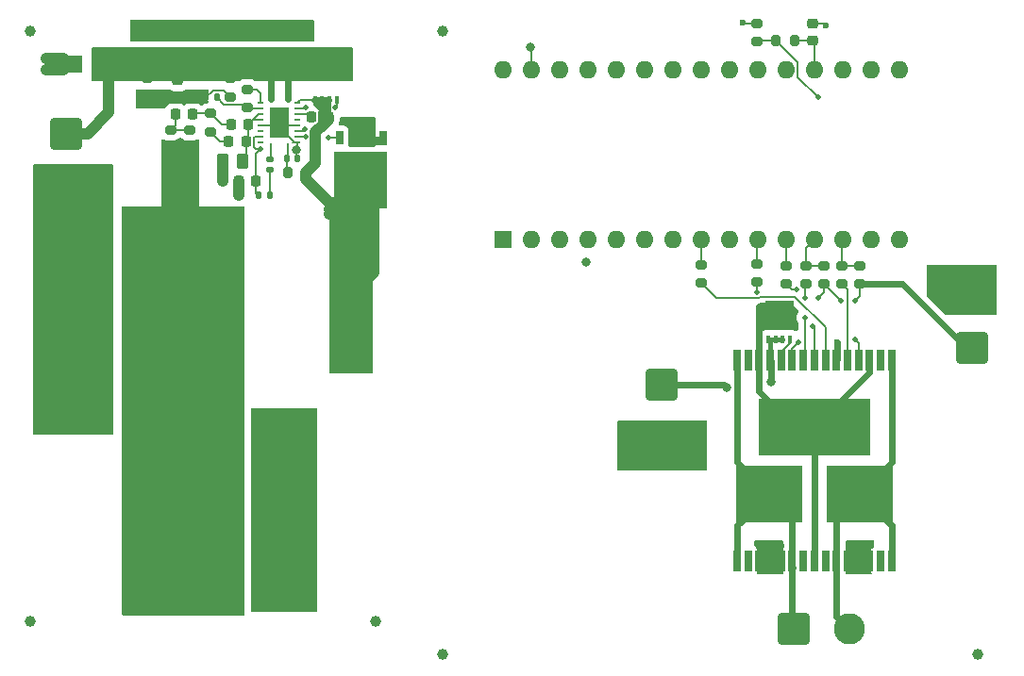
<source format=gbr>
%TF.GenerationSoftware,KiCad,Pcbnew,9.0.6*%
%TF.CreationDate,2026-01-16T13:55:07+01:00*%
%TF.ProjectId,Buck,4275636b-2e6b-4696-9361-645f70636258,rev?*%
%TF.SameCoordinates,Original*%
%TF.FileFunction,Copper,L1,Top*%
%TF.FilePolarity,Positive*%
%FSLAX46Y46*%
G04 Gerber Fmt 4.6, Leading zero omitted, Abs format (unit mm)*
G04 Created by KiCad (PCBNEW 9.0.6) date 2026-01-16 13:55:07*
%MOMM*%
%LPD*%
G01*
G04 APERTURE LIST*
G04 Aperture macros list*
%AMRoundRect*
0 Rectangle with rounded corners*
0 $1 Rounding radius*
0 $2 $3 $4 $5 $6 $7 $8 $9 X,Y pos of 4 corners*
0 Add a 4 corners polygon primitive as box body*
4,1,4,$2,$3,$4,$5,$6,$7,$8,$9,$2,$3,0*
0 Add four circle primitives for the rounded corners*
1,1,$1+$1,$2,$3*
1,1,$1+$1,$4,$5*
1,1,$1+$1,$6,$7*
1,1,$1+$1,$8,$9*
0 Add four rect primitives between the rounded corners*
20,1,$1+$1,$2,$3,$4,$5,0*
20,1,$1+$1,$4,$5,$6,$7,0*
20,1,$1+$1,$6,$7,$8,$9,0*
20,1,$1+$1,$8,$9,$2,$3,0*%
%AMFreePoly0*
4,1,5,0.000000,0.000000,-0.500000,0.000000,-0.500000,0.700000,0.000000,0.700000,0.000000,0.000000,0.000000,0.000000,$1*%
%AMFreePoly1*
4,1,5,0.750000,0.000000,0.000000,0.000000,0.000000,3.365000,0.750000,3.365000,0.750000,0.000000,0.750000,0.000000,$1*%
%AMFreePoly2*
4,1,5,0.500000,-0.700000,0.000000,-0.700000,0.000000,0.000000,0.500000,0.000000,0.500000,-0.700000,0.500000,-0.700000,$1*%
%AMFreePoly3*
4,1,5,0.000000,-4.700000,-4.534500,-4.700000,-4.534500,0.000000,0.000000,0.000000,0.000000,-4.700000,0.000000,-4.700000,$1*%
G04 Aperture macros list end*
%TA.AperFunction,ComponentPad*%
%ADD10RoundRect,0.250001X1.149999X-1.149999X1.149999X1.149999X-1.149999X1.149999X-1.149999X-1.149999X0*%
%TD*%
%TA.AperFunction,ComponentPad*%
%ADD11C,2.800000*%
%TD*%
%TA.AperFunction,SMDPad,CuDef*%
%ADD12RoundRect,0.200000X0.275000X-0.200000X0.275000X0.200000X-0.275000X0.200000X-0.275000X-0.200000X0*%
%TD*%
%TA.AperFunction,ComponentPad*%
%ADD13C,0.499999*%
%TD*%
%TA.AperFunction,SMDPad,CuDef*%
%ADD14R,2.550000X2.510000*%
%TD*%
%TA.AperFunction,SMDPad,CuDef*%
%ADD15R,0.399999X0.700001*%
%TD*%
%TA.AperFunction,SMDPad,CuDef*%
%ADD16R,0.635000X1.854200*%
%TD*%
%TA.AperFunction,SMDPad,CuDef*%
%ADD17R,6.045200X5.105400*%
%TD*%
%TA.AperFunction,SMDPad,CuDef*%
%ADD18R,10.109200X5.105400*%
%TD*%
%TA.AperFunction,SMDPad,CuDef*%
%ADD19RoundRect,0.200000X-0.200000X-0.275000X0.200000X-0.275000X0.200000X0.275000X-0.200000X0.275000X0*%
%TD*%
%TA.AperFunction,SMDPad,CuDef*%
%ADD20RoundRect,0.200000X-0.275000X0.200000X-0.275000X-0.200000X0.275000X-0.200000X0.275000X0.200000X0*%
%TD*%
%TA.AperFunction,ComponentPad*%
%ADD21RoundRect,0.250001X-1.149999X-1.149999X1.149999X-1.149999X1.149999X1.149999X-1.149999X1.149999X0*%
%TD*%
%TA.AperFunction,ComponentPad*%
%ADD22RoundRect,0.250001X-1.149999X1.149999X-1.149999X-1.149999X1.149999X-1.149999X1.149999X1.149999X0*%
%TD*%
%TA.AperFunction,SMDPad,CuDef*%
%ADD23C,1.000000*%
%TD*%
%TA.AperFunction,SMDPad,CuDef*%
%ADD24RoundRect,0.225000X0.250000X-0.225000X0.250000X0.225000X-0.250000X0.225000X-0.250000X-0.225000X0*%
%TD*%
%TA.AperFunction,ComponentPad*%
%ADD25O,1.600000X1.600000*%
%TD*%
%TA.AperFunction,ComponentPad*%
%ADD26R,1.600000X1.600000*%
%TD*%
%TA.AperFunction,SMDPad,CuDef*%
%ADD27RoundRect,0.250000X0.650000X-0.325000X0.650000X0.325000X-0.650000X0.325000X-0.650000X-0.325000X0*%
%TD*%
%TA.AperFunction,SMDPad,CuDef*%
%ADD28RoundRect,0.225000X0.225000X0.250000X-0.225000X0.250000X-0.225000X-0.250000X0.225000X-0.250000X0*%
%TD*%
%TA.AperFunction,SMDPad,CuDef*%
%ADD29RoundRect,0.250000X0.325000X1.100000X-0.325000X1.100000X-0.325000X-1.100000X0.325000X-1.100000X0*%
%TD*%
%TA.AperFunction,SMDPad,CuDef*%
%ADD30RoundRect,0.225000X-0.225000X-0.250000X0.225000X-0.250000X0.225000X0.250000X-0.225000X0.250000X0*%
%TD*%
%TA.AperFunction,SMDPad,CuDef*%
%ADD31RoundRect,0.140000X-0.140000X-0.170000X0.140000X-0.170000X0.140000X0.170000X-0.140000X0.170000X0*%
%TD*%
%TA.AperFunction,SMDPad,CuDef*%
%ADD32RoundRect,0.250000X1.050000X0.550000X-1.050000X0.550000X-1.050000X-0.550000X1.050000X-0.550000X0*%
%TD*%
%TA.AperFunction,SMDPad,CuDef*%
%ADD33R,4.000000X14.000000*%
%TD*%
%TA.AperFunction,SMDPad,CuDef*%
%ADD34R,0.431800X0.660400*%
%TD*%
%TA.AperFunction,SMDPad,CuDef*%
%ADD35R,0.127000X0.127000*%
%TD*%
%TA.AperFunction,SMDPad,CuDef*%
%ADD36RoundRect,0.147500X-0.172500X0.147500X-0.172500X-0.147500X0.172500X-0.147500X0.172500X0.147500X0*%
%TD*%
%TA.AperFunction,SMDPad,CuDef*%
%ADD37R,0.249999X0.599999*%
%TD*%
%TA.AperFunction,SMDPad,CuDef*%
%ADD38R,0.599999X0.249999*%
%TD*%
%TA.AperFunction,SMDPad,CuDef*%
%ADD39R,1.699999X2.700000*%
%TD*%
%TA.AperFunction,SMDPad,CuDef*%
%ADD40FreePoly0,270.000000*%
%TD*%
%TA.AperFunction,SMDPad,CuDef*%
%ADD41R,0.650000X1.250000*%
%TD*%
%TA.AperFunction,SMDPad,CuDef*%
%ADD42FreePoly1,270.000000*%
%TD*%
%TA.AperFunction,SMDPad,CuDef*%
%ADD43FreePoly2,270.000000*%
%TD*%
%TA.AperFunction,SMDPad,CuDef*%
%ADD44FreePoly3,270.000000*%
%TD*%
%TA.AperFunction,SMDPad,CuDef*%
%ADD45RoundRect,0.250000X0.262500X0.450000X-0.262500X0.450000X-0.262500X-0.450000X0.262500X-0.450000X0*%
%TD*%
%TA.AperFunction,SMDPad,CuDef*%
%ADD46RoundRect,0.135000X-0.135000X-0.185000X0.135000X-0.185000X0.135000X0.185000X-0.135000X0.185000X0*%
%TD*%
%TA.AperFunction,SMDPad,CuDef*%
%ADD47R,4.500000X1.650000*%
%TD*%
%TA.AperFunction,ViaPad*%
%ADD48C,0.600000*%
%TD*%
%TA.AperFunction,ViaPad*%
%ADD49C,0.800000*%
%TD*%
%TA.AperFunction,ViaPad*%
%ADD50C,0.500000*%
%TD*%
%TA.AperFunction,Conductor*%
%ADD51C,0.600000*%
%TD*%
%TA.AperFunction,Conductor*%
%ADD52C,0.200000*%
%TD*%
%TA.AperFunction,Conductor*%
%ADD53C,0.400000*%
%TD*%
%TA.AperFunction,Conductor*%
%ADD54C,1.000000*%
%TD*%
G04 APERTURE END LIST*
D10*
%TO.P,J3,1,Pin_1*%
%TO.N,VIN_A*%
X223500000Y-126500000D03*
D11*
%TO.P,J3,2,Pin_2*%
%TO.N,GND*%
X223500000Y-121500000D03*
%TD*%
D12*
%TO.P,R15,2*%
%TO.N,/ENA{slash}DIAGA*%
X213440000Y-119115000D03*
%TO.P,R15,1*%
%TO.N,VIN_A*%
X213440000Y-120765000D03*
%TD*%
%TO.P,R18,1*%
%TO.N,VIN_A*%
X210240000Y-120765000D03*
%TO.P,R18,2*%
%TO.N,/ENB{slash}DIAGB*%
X210240000Y-119115000D03*
%TD*%
D13*
%TO.P,U3,V*%
%TO.N,VCC_M*%
X206215002Y-122587502D03*
X207190001Y-123040001D03*
X205240003Y-123040001D03*
X206215002Y-123492502D03*
X207190001Y-123945000D03*
X205240003Y-123945000D03*
X206215002Y-124397501D03*
D14*
%TO.P,U3,9,D*%
X206215002Y-123545001D03*
D15*
%TO.P,U3,8,D*%
X205240003Y-122640002D03*
%TO.P,U3,7,D*%
X205890001Y-122640002D03*
%TO.P,U3,6,D*%
X206540003Y-122640002D03*
%TO.P,U3,5,D*%
X207190001Y-122640002D03*
%TO.P,U3,4,G*%
%TO.N,/CP*%
X207190001Y-125740000D03*
%TO.P,U3,3,S*%
%TO.N,/VBAT*%
X206540000Y-125740000D03*
%TO.P,U3,2,S*%
X205890001Y-125740000D03*
%TO.P,U3,1,S*%
X205240000Y-125740000D03*
%TD*%
D16*
%TO.P,U2,1,OUTA*%
%TO.N,OUTA*%
X216302401Y-127590000D03*
%TO.P,U2,2,N.C.*%
%TO.N,unconnected-(U2-N.C.-Pad2)*%
X215311801Y-127590000D03*
%TO.P,U2,3,VCC*%
%TO.N,VCC_M*%
X214321201Y-127590000D03*
%TO.P,U2,4,INA*%
%TO.N,Net-(U2-INA)*%
X213330601Y-127590000D03*
%TO.P,U2,5,ENA/DIAGA*%
%TO.N,Net-(U2-ENA{slash}DIAGA)*%
X212340001Y-127590000D03*
%TO.P,U2,6,CS_DIS*%
%TO.N,GND*%
X211349401Y-127590000D03*
%TO.P,U2,7,PWM*%
%TO.N,Net-(U2-PWM)*%
X210358801Y-127590000D03*
%TO.P,U2,8,CS*%
%TO.N,Net-(U2-CS)*%
X209368201Y-127590000D03*
%TO.P,U2,9,ENB/DIAGB*%
%TO.N,Net-(U2-ENB{slash}DIAGB)*%
X208377601Y-127590000D03*
%TO.P,U2,10,INB*%
%TO.N,Net-(U2-INB)*%
X207387001Y-127590000D03*
%TO.P,U2,11,CP*%
%TO.N,/CP*%
X206396401Y-127590000D03*
%TO.P,U2,12,VBAT*%
%TO.N,/VBAT*%
X205405801Y-127590000D03*
%TO.P,U2,13,VCC*%
%TO.N,VCC_M*%
X204415201Y-127590000D03*
%TO.P,U2,14,NC*%
%TO.N,unconnected-(U2-NC-Pad14)*%
X203424601Y-127590000D03*
%TO.P,U2,15,OUTB*%
%TO.N,OUTB*%
X202434001Y-127590000D03*
%TO.P,U2,16,OUTB*%
X202434001Y-145598600D03*
%TO.P,U2,17,N.C*%
%TO.N,unconnected-(U2-N.C-Pad17)*%
X203424601Y-145598600D03*
%TO.P,U2,18,GNDB*%
%TO.N,GND*%
X204415201Y-145598600D03*
%TO.P,U2,19,GNDB*%
X205405801Y-145598600D03*
%TO.P,U2,20,GNDB*%
X206396401Y-145598600D03*
%TO.P,U2,21,OUTB*%
%TO.N,OUTB*%
X207387001Y-145598600D03*
%TO.P,U2,22,NC*%
%TO.N,unconnected-(U2-NC-Pad22)*%
X208377601Y-145598600D03*
%TO.P,U2,23,VCC*%
%TO.N,VCC_M*%
X209368201Y-145598600D03*
%TO.P,U2,24,N.C.*%
%TO.N,unconnected-(U2-N.C.-Pad24)*%
X210358801Y-145598600D03*
%TO.P,U2,25,OUTA*%
%TO.N,OUTA*%
X211349401Y-145598600D03*
%TO.P,U2,26,GNDA*%
%TO.N,GND*%
X212340001Y-145598600D03*
%TO.P,U2,27,GNDA*%
X213330601Y-145598600D03*
%TO.P,U2,28,GNDA*%
X214321201Y-145598600D03*
%TO.P,U2,29,N.C.*%
%TO.N,unconnected-(U2-N.C.-Pad29)*%
X215311801Y-145598600D03*
%TO.P,U2,30,OUTA*%
%TO.N,OUTA*%
X216302401Y-145598600D03*
D17*
%TO.P,U2,31,OUTA*%
X213440801Y-139572000D03*
%TO.P,U2,32,OUTB*%
%TO.N,OUTB*%
X205295565Y-139572000D03*
D18*
%TO.P,U2,33,VCC*%
%TO.N,VCC_M*%
X209368201Y-133616658D03*
%TD*%
D12*
%TO.P,R17,1*%
%TO.N,Net-(U2-CS)*%
X204240000Y-98965000D03*
%TO.P,R17,2*%
%TO.N,GND*%
X204240000Y-97315000D03*
%TD*%
D19*
%TO.P,R16,1*%
%TO.N,Net-(U2-CS)*%
X205915000Y-98890000D03*
%TO.P,R16,2*%
%TO.N,Net-(A1-A0)*%
X207565000Y-98890000D03*
%TD*%
D20*
%TO.P,R14,1*%
%TO.N,/ENA{slash}DIAGA*%
X211840000Y-119115000D03*
%TO.P,R14,2*%
%TO.N,Net-(U2-ENA{slash}DIAGA)*%
X211840000Y-120765000D03*
%TD*%
%TO.P,R13,1*%
%TO.N,/ENB{slash}DIAGB*%
X208640000Y-119115000D03*
%TO.P,R13,2*%
%TO.N,Net-(U2-ENB{slash}DIAGB)*%
X208640000Y-120765000D03*
%TD*%
%TO.P,R12,1*%
%TO.N,/INA_A*%
X206840000Y-119115000D03*
%TO.P,R12,2*%
%TO.N,Net-(U2-INA)*%
X206840000Y-120765000D03*
%TD*%
%TO.P,R11,1*%
%TO.N,/INB_A*%
X204240000Y-118940000D03*
%TO.P,R11,2*%
%TO.N,Net-(U2-INB)*%
X204240000Y-120590000D03*
%TD*%
%TO.P,R10,1*%
%TO.N,/PWM_A*%
X199240000Y-118990000D03*
%TO.P,R10,2*%
%TO.N,Net-(U2-PWM)*%
X199240000Y-120640000D03*
%TD*%
D21*
%TO.P,J5,1,Pin_1*%
%TO.N,OUTB*%
X207500000Y-151750000D03*
D11*
%TO.P,J5,2,Pin_2*%
%TO.N,OUTA*%
X212500000Y-151750000D03*
%TD*%
D22*
%TO.P,J4,1,Pin_1*%
%TO.N,/VBAT*%
X195640000Y-129790000D03*
D11*
%TO.P,J4,2,Pin_2*%
%TO.N,GND*%
X195640000Y-134790000D03*
%TD*%
D23*
%TO.P,FID6,*%
%TO.N,*%
X224000000Y-154000000D03*
%TD*%
%TO.P,FID5,*%
%TO.N,*%
X176000000Y-154000000D03*
%TD*%
%TO.P,FID4,*%
%TO.N,*%
X176000000Y-98000000D03*
%TD*%
D24*
%TO.P,C22,1*%
%TO.N,Net-(A1-A0)*%
X209240000Y-98915000D03*
%TO.P,C22,2*%
%TO.N,GND*%
X209240000Y-97365000D03*
%TD*%
D25*
%TO.P,A1,30,VIN*%
%TO.N,VIN_A*%
X181440000Y-101510000D03*
%TO.P,A1,29,GND*%
%TO.N,GND*%
X183980000Y-101510000D03*
%TO.P,A1,28,~{RESET}*%
%TO.N,unconnected-(A1-~{RESET}-Pad28)*%
X186520000Y-101510000D03*
%TO.P,A1,27,+5V*%
%TO.N,unconnected-(A1-+5V-Pad27)*%
X189060000Y-101510000D03*
%TO.P,A1,26,A7*%
%TO.N,unconnected-(A1-A7-Pad26)*%
X191600000Y-101510000D03*
%TO.P,A1,25,A6*%
%TO.N,unconnected-(A1-A6-Pad25)*%
X194140000Y-101510000D03*
%TO.P,A1,24,SCL/A5*%
%TO.N,unconnected-(A1-SCL{slash}A5-Pad24)*%
X196680000Y-101510000D03*
%TO.P,A1,23,SDA/A4*%
%TO.N,unconnected-(A1-SDA{slash}A4-Pad23)*%
X199220000Y-101510000D03*
%TO.P,A1,22,A3*%
%TO.N,unconnected-(A1-A3-Pad22)*%
X201760000Y-101510000D03*
%TO.P,A1,21,A2*%
%TO.N,unconnected-(A1-A2-Pad21)*%
X204300000Y-101510000D03*
%TO.P,A1,20,A1*%
%TO.N,unconnected-(A1-A1-Pad20)*%
X206840000Y-101510000D03*
%TO.P,A1,19,A0*%
%TO.N,Net-(A1-A0)*%
X209380000Y-101510000D03*
%TO.P,A1,18,AREF*%
%TO.N,unconnected-(A1-AREF-Pad18)*%
X211920000Y-101510000D03*
%TO.P,A1,17,3V3*%
%TO.N,unconnected-(A1-3V3-Pad17)*%
X214460000Y-101510000D03*
%TO.P,A1,16,SCK*%
%TO.N,unconnected-(A1-SCK-Pad16)*%
X217000000Y-101510000D03*
%TO.P,A1,15,MISO*%
%TO.N,unconnected-(A1-MISO-Pad15)*%
X217000000Y-116750000D03*
%TO.P,A1,14,MOSI*%
%TO.N,unconnected-(A1-MOSI-Pad14)*%
X214460000Y-116750000D03*
%TO.P,A1,13,D10*%
%TO.N,/ENA{slash}DIAGA*%
X211920000Y-116750000D03*
%TO.P,A1,12,D9*%
%TO.N,/ENB{slash}DIAGB*%
X209380000Y-116750000D03*
%TO.P,A1,11,D8*%
%TO.N,/INA_A*%
X206840000Y-116750000D03*
%TO.P,A1,10,D7*%
%TO.N,/INB_A*%
X204300000Y-116750000D03*
%TO.P,A1,9,D6*%
%TO.N,unconnected-(A1-D6-Pad9)*%
X201760000Y-116750000D03*
%TO.P,A1,8,D5*%
%TO.N,/PWM_A*%
X199220000Y-116750000D03*
%TO.P,A1,7,D4*%
%TO.N,unconnected-(A1-D4-Pad7)*%
X196680000Y-116750000D03*
%TO.P,A1,6,D3*%
%TO.N,unconnected-(A1-D3-Pad6)*%
X194140000Y-116750000D03*
%TO.P,A1,5,D2*%
%TO.N,unconnected-(A1-D2-Pad5)*%
X191600000Y-116750000D03*
%TO.P,A1,4,GND*%
%TO.N,GND*%
X189060000Y-116750000D03*
%TO.P,A1,3,~{RESET}*%
%TO.N,unconnected-(A1-~{RESET}-Pad3)*%
X186520000Y-116750000D03*
%TO.P,A1,2,RX1*%
%TO.N,unconnected-(A1-RX1-Pad2)*%
X183980000Y-116750000D03*
D26*
%TO.P,A1,1,TX1*%
%TO.N,unconnected-(A1-TX1-Pad1)*%
X181440000Y-116750000D03*
%TD*%
D27*
%TO.P,C7,1*%
%TO.N,+24V*%
X159700000Y-100775000D03*
%TO.P,C7,2*%
%TO.N,GND*%
X159700000Y-97825000D03*
%TD*%
D22*
%TO.P,J1,1,Pin_1*%
%TO.N,+24V*%
X142250000Y-107250000D03*
D11*
%TO.P,J1,2,Pin_2*%
%TO.N,GND*%
X142250000Y-112250000D03*
%TD*%
D28*
%TO.P,C13,1*%
%TO.N,/COMP*%
X158375000Y-107950000D03*
%TO.P,C13,2*%
%TO.N,Net-(C13-Pad2)*%
X156825000Y-107950000D03*
%TD*%
D23*
%TO.P,FID1,*%
%TO.N,*%
X139000000Y-98000000D03*
%TD*%
D27*
%TO.P,C3,1*%
%TO.N,+24V*%
X151900000Y-100775000D03*
%TO.P,C3,2*%
%TO.N,GND*%
X151900000Y-97825000D03*
%TD*%
D19*
%TO.P,R6,1*%
%TO.N,/ILIM*%
X162100000Y-110750000D03*
%TO.P,R6,2*%
%TO.N,/SW*%
X163750000Y-110750000D03*
%TD*%
D23*
%TO.P,FID3,*%
%TO.N,*%
X170000000Y-151000000D03*
%TD*%
D29*
%TO.P,C19,1*%
%TO.N,/VOUT*%
X148375000Y-127600000D03*
%TO.P,C19,2*%
%TO.N,GND*%
X145425000Y-127600000D03*
%TD*%
D30*
%TO.P,C5,1*%
%TO.N,GND*%
X157725000Y-111500000D03*
%TO.P,C5,2*%
%TO.N,/SYNCIN*%
X159275000Y-111500000D03*
%TD*%
D31*
%TO.P,C11,1*%
%TO.N,/ILIM*%
X162020000Y-109500000D03*
%TO.P,C11,2*%
%TO.N,GND*%
X162980000Y-109500000D03*
%TD*%
D30*
%TO.P,C12,1*%
%TO.N,/BST*%
X164225000Y-105750000D03*
%TO.P,C12,2*%
%TO.N,/SW*%
X165775000Y-105750000D03*
%TD*%
D32*
%TO.P,C1,1*%
%TO.N,+24V*%
X146050000Y-101000000D03*
%TO.P,C1,2*%
%TO.N,GND*%
X142450000Y-101000000D03*
%TD*%
D24*
%TO.P,C10,1*%
%TO.N,GND*%
X152250000Y-104025000D03*
%TO.P,C10,2*%
%TO.N,+24V*%
X152250000Y-102475000D03*
%TD*%
D20*
%TO.P,R8,1*%
%TO.N,Net-(C17-Pad2)*%
X151600000Y-106950000D03*
%TO.P,R8,2*%
%TO.N,/VOUT*%
X151600000Y-108600000D03*
%TD*%
D29*
%TO.P,C18,1*%
%TO.N,/VOUT*%
X148375000Y-124000000D03*
%TO.P,C18,2*%
%TO.N,GND*%
X145425000Y-124000000D03*
%TD*%
D33*
%TO.P,L1,1,1*%
%TO.N,/SW*%
X167800000Y-121800000D03*
%TO.P,L1,2,2*%
%TO.N,/VOUT*%
X151800000Y-121800000D03*
%TD*%
D34*
%TO.P,Q1,1,1*%
%TO.N,/SW*%
X164550002Y-104250000D03*
%TO.P,Q1,2,2*%
X165200000Y-104250000D03*
%TO.P,Q1,3,3*%
X165850002Y-104250000D03*
%TO.P,Q1,4,4*%
%TO.N,/HG*%
X166500000Y-104250000D03*
D35*
%TO.P,Q1,5,5*%
%TO.N,+24V*%
X166500000Y-101310000D03*
%TO.P,Q1,6,6*%
X165850002Y-101310000D03*
%TO.P,Q1,7,7*%
X165200000Y-101310000D03*
%TO.P,Q1,8,8*%
X164550002Y-101310000D03*
%TD*%
D29*
%TO.P,C20,1*%
%TO.N,/VOUT*%
X148375000Y-131200000D03*
%TO.P,C20,2*%
%TO.N,GND*%
X145425000Y-131200000D03*
%TD*%
D36*
%TO.P,D1,2,A*%
%TO.N,Net-(D1-A)*%
X160500000Y-110485000D03*
%TO.P,D1,1,K*%
%TO.N,/PGOOD*%
X160500000Y-109515000D03*
%TD*%
D12*
%TO.P,R4,1*%
%TO.N,GND*%
X149500000Y-103900000D03*
%TO.P,R4,2*%
%TO.N,+24V*%
X149500000Y-102250000D03*
%TD*%
D27*
%TO.P,C2,1*%
%TO.N,+24V*%
X149400000Y-100775000D03*
%TO.P,C2,2*%
%TO.N,GND*%
X149400000Y-97825000D03*
%TD*%
D21*
%TO.P,J2,1,Pin_1*%
%TO.N,/VOUT*%
X156000000Y-148000000D03*
D11*
%TO.P,J2,2,Pin_2*%
%TO.N,GND*%
X161000000Y-148000000D03*
%TD*%
D37*
%TO.P,U1,1,EN_UVLO*%
%TO.N,+24V*%
X160600000Y-104099999D03*
D38*
%TO.P,U1,2,RT*%
%TO.N,/RT*%
X159700002Y-104500001D03*
%TO.P,U1,3,SS_TRK*%
%TO.N,/SS*%
X159700002Y-105000000D03*
%TO.P,U1,4,COMP*%
%TO.N,/COMP*%
X159700002Y-105500002D03*
%TO.P,U1,5,FB*%
X159700002Y-106000000D03*
%TO.P,U1,6,AGND*%
%TO.N,GND*%
X159700002Y-106500002D03*
%TO.P,U1,7,SYNCOUT*%
%TO.N,unconnected-(U1-SYNCOUT-Pad7)*%
X159700002Y-107000001D03*
%TO.P,U1,8,SYNCIN*%
%TO.N,/SYNCIN*%
X159700002Y-107500000D03*
%TO.P,U1,9,NC*%
%TO.N,unconnected-(U1-NC-Pad9)*%
X159700002Y-107999999D03*
D37*
%TO.P,U1,10,PGOOD*%
%TO.N,/PGOOD*%
X160600000Y-108400001D03*
%TO.P,U1,11,ILIM*%
%TO.N,/ILIM*%
X162100002Y-108400001D03*
D38*
%TO.P,U1,12,PGND*%
%TO.N,GND*%
X163000000Y-107999999D03*
%TO.P,U1,13,LO*%
%TO.N,/LG*%
X163000000Y-107500000D03*
%TO.P,U1,14,VCC*%
%TO.N,/SYNCIN*%
X163000000Y-106999998D03*
%TO.P,U1,15,EP*%
%TO.N,GND*%
X163000000Y-106500000D03*
%TO.P,U1,16,NC*%
%TO.N,unconnected-(U1-NC-Pad16)*%
X163000000Y-105999998D03*
%TO.P,U1,17,BST*%
%TO.N,/BST*%
X163000000Y-105499999D03*
%TO.P,U1,18,HO*%
%TO.N,/HG*%
X163000000Y-105000000D03*
%TO.P,U1,19,SW*%
%TO.N,/SW*%
X163000000Y-104499998D03*
D37*
%TO.P,U1,20,VIN*%
%TO.N,+24V*%
X162100002Y-104099999D03*
D39*
%TO.P,U1,21,EP*%
%TO.N,GND*%
X161350001Y-106250000D03*
D13*
%TO.P,U1,V*%
X160750002Y-106250000D03*
X161350001Y-105150000D03*
X161350001Y-107350000D03*
X161950000Y-106250000D03*
%TD*%
D40*
%TO.P,Q2,1,SOURCE*%
%TO.N,GND*%
X170310400Y-107500000D03*
D41*
X170667000Y-107625000D03*
%TO.P,Q2,2,SOURCE*%
X169295800Y-107625000D03*
D40*
%TO.P,Q2,3,SOURCE*%
X167645400Y-107500000D03*
D42*
X167645400Y-107500000D03*
D41*
X168000000Y-107625000D03*
%TO.P,Q2,4,GATE*%
%TO.N,/LG*%
X166755800Y-107625000D03*
%TO.P,Q2,5,DRAIN*%
%TO.N,/SW*%
X166653800Y-113325000D03*
D43*
X167010400Y-113450000D03*
D41*
%TO.P,Q2,6,DRAIN*%
X168000000Y-113325000D03*
D43*
X168345400Y-113450000D03*
D41*
%TO.P,Q2,7,DRAIN*%
X169320800Y-113325000D03*
D43*
X169675400Y-113450000D03*
D41*
%TO.P,Q2,8,DRAIN*%
X170667000Y-113325000D03*
D44*
X171010400Y-113450000D03*
D43*
X171010400Y-113450000D03*
%TD*%
D45*
%TO.P,R5,1*%
%TO.N,/COMP*%
X158112500Y-109750000D03*
%TO.P,R5,2*%
%TO.N,GND*%
X156287500Y-109750000D03*
%TD*%
D46*
%TO.P,R1,1*%
%TO.N,/SYNCIN*%
X159490000Y-112800000D03*
%TO.P,R1,2*%
%TO.N,Net-(D1-A)*%
X160510000Y-112800000D03*
%TD*%
D27*
%TO.P,C9,1*%
%TO.N,+24V*%
X162200000Y-100775000D03*
%TO.P,C9,2*%
%TO.N,GND*%
X162200000Y-97825000D03*
%TD*%
D20*
%TO.P,R9,1*%
%TO.N,Net-(C17-Pad2)*%
X153350000Y-106950000D03*
%TO.P,R9,2*%
%TO.N,/VOUT*%
X153350000Y-108600000D03*
%TD*%
D28*
%TO.P,C17,1*%
%TO.N,Net-(C14-Pad2)*%
X153575000Y-105500000D03*
%TO.P,C17,2*%
%TO.N,Net-(C17-Pad2)*%
X152025000Y-105500000D03*
%TD*%
D29*
%TO.P,C16,1*%
%TO.N,/VOUT*%
X148375000Y-120500000D03*
%TO.P,C16,2*%
%TO.N,GND*%
X145425000Y-120500000D03*
%TD*%
D31*
%TO.P,C8,1*%
%TO.N,GND*%
X154795000Y-104000000D03*
%TO.P,C8,2*%
%TO.N,/SS*%
X155755000Y-104000000D03*
%TD*%
D12*
%TO.P,R7,1*%
%TO.N,Net-(C13-Pad2)*%
X155200000Y-107075000D03*
%TO.P,R7,2*%
%TO.N,Net-(C14-Pad2)*%
X155200000Y-105425000D03*
%TD*%
D23*
%TO.P,FID2,*%
%TO.N,*%
X139000000Y-151000000D03*
%TD*%
D27*
%TO.P,C4,1*%
%TO.N,+24V*%
X154500000Y-100775000D03*
%TO.P,C4,2*%
%TO.N,GND*%
X154500000Y-97825000D03*
%TD*%
D12*
%TO.P,R3,1*%
%TO.N,GND*%
X157000000Y-103950000D03*
%TO.P,R3,2*%
%TO.N,+24V*%
X157000000Y-102300000D03*
%TD*%
D27*
%TO.P,C6,1*%
%TO.N,+24V*%
X157100000Y-100775000D03*
%TO.P,C6,2*%
%TO.N,GND*%
X157100000Y-97825000D03*
%TD*%
D47*
%TO.P,C21,1*%
%TO.N,/VOUT*%
X153500000Y-137000000D03*
%TO.P,C21,2*%
%TO.N,GND*%
X161900000Y-137000000D03*
%TD*%
D28*
%TO.P,C14,1*%
%TO.N,/COMP*%
X158575000Y-106400000D03*
%TO.P,C14,2*%
%TO.N,Net-(C14-Pad2)*%
X157025000Y-106400000D03*
%TD*%
D29*
%TO.P,C15,1*%
%TO.N,/VOUT*%
X148375000Y-117000000D03*
%TO.P,C15,2*%
%TO.N,GND*%
X145425000Y-117000000D03*
%TD*%
D12*
%TO.P,R2,1*%
%TO.N,/SS*%
X158500000Y-104900000D03*
%TO.P,R2,2*%
%TO.N,/RT*%
X158500000Y-103250000D03*
%TD*%
D48*
%TO.N,GND*%
X220722500Y-120490000D03*
X220722500Y-121240000D03*
X220722500Y-121990000D03*
X220722500Y-119740000D03*
D49*
%TO.N,/VBAT*%
X205500000Y-129500000D03*
X201500000Y-130000000D03*
D50*
%TO.N,Net-(U2-INA)*%
X207750000Y-121250000D03*
X213000000Y-125750000D03*
%TO.N,Net-(U2-ENB{slash}DIAGB)*%
X208500000Y-122000000D03*
X208500000Y-123750000D03*
%TO.N,VIN_A*%
X209750000Y-122000000D03*
X211750000Y-122250000D03*
X213000000Y-122250000D03*
%TO.N,Net-(U2-CS)*%
X209250000Y-124500000D03*
X209750000Y-104000000D03*
%TO.N,Net-(U2-INB)*%
X204172500Y-121490000D03*
X207922500Y-125990000D03*
D48*
%TO.N,GND*%
X198222500Y-134490000D03*
X198222500Y-135240000D03*
X198222500Y-135990000D03*
X198222500Y-133740000D03*
X192972500Y-133740000D03*
X192972500Y-134490000D03*
X192972500Y-135990000D03*
X192972500Y-135240000D03*
X204422500Y-144240000D03*
X205422500Y-144240000D03*
X206422500Y-144240000D03*
X212500000Y-144240000D03*
X213500000Y-144240000D03*
X214500000Y-144240000D03*
X211422500Y-125990000D03*
D49*
X183922500Y-99490000D03*
X188922500Y-118740000D03*
D48*
X202922500Y-97240000D03*
X210422500Y-97490000D03*
D49*
X162000000Y-143000000D03*
X162000000Y-140000000D03*
X142000000Y-126000000D03*
X143000000Y-117000000D03*
X142000000Y-132000000D03*
X142000000Y-116000000D03*
X140000000Y-131000000D03*
X140000000Y-123000000D03*
X142000000Y-117000000D03*
X143000000Y-119000000D03*
X140000000Y-121000000D03*
X144000000Y-130000000D03*
X164000000Y-139000000D03*
X161000000Y-145000000D03*
X150900000Y-104000000D03*
X153750000Y-104000000D03*
X140000000Y-133000000D03*
X140000000Y-126000000D03*
X144000000Y-125000000D03*
X143000000Y-123000000D03*
X164000000Y-143000000D03*
X161000000Y-142000000D03*
X140000000Y-117000000D03*
X162000000Y-145000000D03*
X143000000Y-120000000D03*
X140000000Y-118000000D03*
X162000000Y-139000000D03*
X142000000Y-131000000D03*
X141000000Y-123000000D03*
X160000000Y-144000000D03*
X140000000Y-128000000D03*
X140000000Y-122000000D03*
X143000000Y-124000000D03*
X163000000Y-144000000D03*
X142000000Y-133000000D03*
X141000000Y-127000000D03*
X140000000Y-125000000D03*
X162000000Y-142000000D03*
X141000000Y-122000000D03*
X144000000Y-123000000D03*
X142000000Y-129000000D03*
X157700000Y-112800000D03*
X161000000Y-143000000D03*
X143000000Y-129000000D03*
X164000000Y-97500000D03*
X144000000Y-131000000D03*
X164000000Y-145000000D03*
X140000000Y-124000000D03*
X140500000Y-101500000D03*
X141000000Y-128000000D03*
X144000000Y-127000000D03*
X163000000Y-141000000D03*
X160000000Y-143000000D03*
X161000000Y-139000000D03*
X141000000Y-133000000D03*
X144000000Y-120000000D03*
X141000000Y-116000000D03*
X144000000Y-132000000D03*
X141000000Y-117000000D03*
X142000000Y-130000000D03*
X143000000Y-133000000D03*
X143000000Y-127000000D03*
X144000000Y-124000000D03*
X163000000Y-142000000D03*
X160000000Y-142000000D03*
X143000000Y-125000000D03*
X164000000Y-142000000D03*
X144000000Y-117000000D03*
X142000000Y-118000000D03*
X141000000Y-125000000D03*
X142000000Y-128000000D03*
X142000000Y-120000000D03*
X162900000Y-108700000D03*
X163000000Y-140000000D03*
X141000000Y-130000000D03*
X164000000Y-98500000D03*
X163000000Y-139000000D03*
X162000000Y-141000000D03*
X161000000Y-144000000D03*
X144000000Y-121000000D03*
X144000000Y-118000000D03*
X144000000Y-129000000D03*
X141000000Y-121000000D03*
X164000000Y-144000000D03*
X143000000Y-122000000D03*
X143000000Y-126000000D03*
X160000000Y-141000000D03*
X141000000Y-118000000D03*
X142000000Y-119000000D03*
X142000000Y-122000000D03*
X143000000Y-118000000D03*
X156300000Y-111500000D03*
X160000000Y-139000000D03*
X142000000Y-127000000D03*
X163000000Y-143000000D03*
X164000000Y-141000000D03*
X143000000Y-128000000D03*
X141000000Y-132000000D03*
X144000000Y-119000000D03*
X141000000Y-129000000D03*
X140500000Y-100500000D03*
X163000000Y-145000000D03*
X143000000Y-131000000D03*
X142000000Y-125000000D03*
X144000000Y-128000000D03*
X140000000Y-132000000D03*
X162000000Y-144000000D03*
X142000000Y-123000000D03*
X141000000Y-120000000D03*
X141000000Y-124000000D03*
X160000000Y-140000000D03*
X144000000Y-122000000D03*
X140000000Y-119000000D03*
X143000000Y-116000000D03*
X143000000Y-121000000D03*
X143000000Y-132000000D03*
X160000000Y-145000000D03*
X140000000Y-127000000D03*
X142000000Y-124000000D03*
X141000000Y-131000000D03*
X161000000Y-140000000D03*
X164000000Y-140000000D03*
X144000000Y-133000000D03*
X144000000Y-116000000D03*
X161000000Y-141000000D03*
X140000000Y-120000000D03*
X143000000Y-130000000D03*
X142000000Y-121000000D03*
X140000000Y-116000000D03*
X141000000Y-126000000D03*
X140000000Y-130000000D03*
X144000000Y-126000000D03*
X141000000Y-119000000D03*
X168250000Y-106250000D03*
X140000000Y-129000000D03*
D50*
%TO.N,/SYNCIN*%
X159700000Y-108600000D03*
X163696157Y-106838448D03*
%TO.N,/LG*%
X165750000Y-107625000D03*
X163706476Y-107538372D03*
%TO.N,/HG*%
X163772965Y-104860139D03*
X166391248Y-104908752D03*
%TD*%
D51*
%TO.N,VIN_A*%
X223500000Y-126500000D02*
X223000000Y-126500000D01*
X223000000Y-126500000D02*
X217265000Y-120765000D01*
X217265000Y-120765000D02*
X213440000Y-120765000D01*
%TO.N,GND*%
X211422500Y-125990000D02*
X211422500Y-127516901D01*
X211422500Y-127516901D02*
X211349401Y-127590000D01*
%TO.N,/VBAT*%
X205500000Y-127684199D02*
X205405801Y-127590000D01*
X195640000Y-129790000D02*
X201290000Y-129790000D01*
X205500000Y-129500000D02*
X205500000Y-127684199D01*
X201290000Y-129790000D02*
X201500000Y-130000000D01*
%TO.N,VCC_M*%
X204415201Y-127590000D02*
X204415201Y-130415201D01*
X204415201Y-130415201D02*
X207616658Y-133616658D01*
X207616658Y-133616658D02*
X209368201Y-133616658D01*
%TO.N,OUTB*%
X202434001Y-127590000D02*
X202434001Y-136710436D01*
X202434001Y-136710436D02*
X205295565Y-139572000D01*
D52*
%TO.N,Net-(U2-INA)*%
X213330601Y-127590000D02*
X213330601Y-126080601D01*
X207750000Y-121250000D02*
X207325000Y-121250000D01*
X213330601Y-126080601D02*
X213000000Y-125750000D01*
X207325000Y-121250000D02*
X206840000Y-120765000D01*
%TO.N,Net-(U2-ENB{slash}DIAGB)*%
X208500000Y-120905000D02*
X208640000Y-120765000D01*
X208377601Y-127590000D02*
X208500000Y-127467601D01*
X208500000Y-127467601D02*
X208500000Y-123750000D01*
X208500000Y-122000000D02*
X208500000Y-120905000D01*
%TO.N,/PWM_A*%
X199240000Y-118990000D02*
X199240000Y-116770000D01*
X199240000Y-116770000D02*
X199220000Y-116750000D01*
%TO.N,/INB_A*%
X204240000Y-118940000D02*
X204240000Y-116810000D01*
X204240000Y-116810000D02*
X204300000Y-116750000D01*
%TO.N,/INA_A*%
X206840000Y-119115000D02*
X206840000Y-116750000D01*
%TO.N,/ENB{slash}DIAGB*%
X208640000Y-119115000D02*
X208640000Y-117490000D01*
X208640000Y-117490000D02*
X209380000Y-116750000D01*
X210240000Y-119115000D02*
X208640000Y-119115000D01*
%TO.N,/ENA{slash}DIAGA*%
X213440000Y-119115000D02*
X211840000Y-119115000D01*
X211840000Y-119115000D02*
X211840000Y-116830000D01*
X211840000Y-116830000D02*
X211920000Y-116750000D01*
%TO.N,GND*%
X183922500Y-99490000D02*
X183980000Y-99547500D01*
X183980000Y-99547500D02*
X183980000Y-101510000D01*
%TO.N,VIN_A*%
X210240000Y-121510000D02*
X209750000Y-122000000D01*
X210240000Y-120765000D02*
X210240000Y-121510000D01*
X211750000Y-122250000D02*
X210265000Y-120765000D01*
X210265000Y-120765000D02*
X210240000Y-120765000D01*
X213440000Y-120765000D02*
X213440000Y-121810000D01*
X213440000Y-121810000D02*
X213000000Y-122250000D01*
%TO.N,Net-(A1-A0)*%
X207565000Y-98890000D02*
X209215000Y-98890000D01*
X209215000Y-98890000D02*
X209240000Y-98915000D01*
X209380000Y-101510000D02*
X209380000Y-99055000D01*
X209380000Y-99055000D02*
X209240000Y-98915000D01*
%TO.N,GND*%
X209240000Y-97365000D02*
X210297500Y-97365000D01*
X210297500Y-97365000D02*
X210422500Y-97490000D01*
X204240000Y-97315000D02*
X202997500Y-97315000D01*
X202997500Y-97315000D02*
X202922500Y-97240000D01*
%TO.N,Net-(U2-CS)*%
X205915000Y-98890000D02*
X204315000Y-98890000D01*
X204315000Y-98890000D02*
X204240000Y-98965000D01*
X209368201Y-127590000D02*
X209368201Y-124618201D01*
X207891000Y-102141000D02*
X207891000Y-100866000D01*
X209368201Y-124618201D02*
X209250000Y-124500000D01*
X209750000Y-104000000D02*
X207891000Y-102141000D01*
X207891000Y-100866000D02*
X205915000Y-98890000D01*
D51*
%TO.N,OUTB*%
X207387001Y-145598600D02*
X207387001Y-151637001D01*
X207387001Y-151637001D02*
X207500000Y-151750000D01*
%TO.N,OUTA*%
X211349401Y-145598600D02*
X211349401Y-150599401D01*
X211349401Y-150599401D02*
X212500000Y-151750000D01*
%TO.N,VCC_M*%
X214321201Y-127590000D02*
X214321201Y-128663658D01*
X214321201Y-128663658D02*
X209368201Y-133616658D01*
D53*
%TO.N,OUTB*%
X207387001Y-145598600D02*
X207387001Y-146137001D01*
X207387001Y-146137001D02*
X207500000Y-146250000D01*
D51*
%TO.N,VCC_M*%
X209368201Y-145598600D02*
X209368201Y-133616658D01*
%TO.N,OUTB*%
X202434001Y-145598600D02*
X202434001Y-142433564D01*
X202434001Y-142433564D02*
X205295565Y-139572000D01*
X207387001Y-145598600D02*
X207387001Y-141663436D01*
X207387001Y-141663436D02*
X205295565Y-139572000D01*
%TO.N,OUTA*%
X216302401Y-145598600D02*
X216302401Y-142433600D01*
X216302401Y-142433600D02*
X213440801Y-139572000D01*
X213440801Y-139572000D02*
X211349401Y-141663400D01*
X211349401Y-141663400D02*
X211349401Y-145598600D01*
X216302401Y-127590000D02*
X216302401Y-136710400D01*
X216302401Y-136710400D02*
X213440801Y-139572000D01*
D52*
%TO.N,Net-(U2-ENA{slash}DIAGA)*%
X212340001Y-127590000D02*
X212340001Y-121265001D01*
X212340001Y-121265001D02*
X211840000Y-120765000D01*
%TO.N,Net-(U2-PWM)*%
X210358801Y-127590000D02*
X210358801Y-124656800D01*
X204384164Y-122001000D02*
X200601000Y-122001000D01*
X210358801Y-124656800D02*
X207641001Y-121939000D01*
X207641001Y-121939000D02*
X204446164Y-121939000D01*
X200601000Y-122001000D02*
X199240000Y-120640000D01*
X204446164Y-121939000D02*
X204384164Y-122001000D01*
%TO.N,Net-(U2-INB)*%
X207387001Y-127590000D02*
X207387001Y-126525499D01*
X207387001Y-126525499D02*
X207922500Y-125990000D01*
X204172500Y-121490000D02*
X204172500Y-120657500D01*
X204172500Y-120657500D02*
X204240000Y-120590000D01*
%TO.N,/CP*%
X207190001Y-125740000D02*
X207190001Y-126040400D01*
X207190001Y-126040400D02*
X206396401Y-126834000D01*
X206396401Y-126834000D02*
X206396401Y-127590000D01*
D53*
%TO.N,/VBAT*%
X205240000Y-125740000D02*
X206540000Y-125740000D01*
X205405801Y-127590000D02*
X205405801Y-125905801D01*
X205405801Y-125905801D02*
X205240000Y-125740000D01*
D54*
%TO.N,+24V*%
X146050000Y-105350000D02*
X146050000Y-101000000D01*
X144150000Y-107250000D02*
X146050000Y-105350000D01*
X142250000Y-107250000D02*
X144150000Y-107250000D01*
D51*
X162100002Y-104100001D02*
X162100002Y-100874998D01*
X162100002Y-100874998D02*
X162200000Y-100775000D01*
X160600000Y-101675000D02*
X159700000Y-100775000D01*
X160600000Y-104100001D02*
X160600000Y-101675000D01*
D52*
%TO.N,GND*%
X159700002Y-106500002D02*
X161099999Y-106500002D01*
D54*
X157725000Y-111500000D02*
X157725000Y-112775000D01*
D52*
X155406000Y-103389000D02*
X154795000Y-104000000D01*
X163000000Y-108000001D02*
X162599999Y-108000001D01*
X156900000Y-103950000D02*
X156339000Y-103389000D01*
D54*
X141950000Y-101500000D02*
X142450000Y-101000000D01*
D52*
X163000000Y-106500000D02*
X161600001Y-106500000D01*
D54*
X157725000Y-112775000D02*
X157700000Y-112800000D01*
D52*
X162900000Y-108700000D02*
X162900000Y-109420000D01*
X156339000Y-103389000D02*
X155406000Y-103389000D01*
X162900000Y-109420000D02*
X162980000Y-109500000D01*
D54*
X140500000Y-101500000D02*
X141950000Y-101500000D01*
D52*
X163000000Y-108000001D02*
X162599998Y-108000001D01*
D54*
X156300000Y-109762500D02*
X156287500Y-109750000D01*
X156300000Y-111500000D02*
X156300000Y-109762500D01*
D52*
X161600001Y-106500000D02*
X161350001Y-106250000D01*
X161350001Y-106641480D02*
X161350001Y-106250000D01*
X163000000Y-108000001D02*
X163000000Y-108600000D01*
X163000000Y-107999999D02*
X162708520Y-107999999D01*
X162708520Y-107999999D02*
X161350001Y-106641480D01*
D54*
X157700000Y-112800000D02*
X157700000Y-111800000D01*
D52*
X163000000Y-108600000D02*
X162900000Y-108700000D01*
X161099999Y-106500002D02*
X161350001Y-106250000D01*
D54*
X140500000Y-100500000D02*
X141950000Y-100500000D01*
X141950000Y-100500000D02*
X142450000Y-101000000D01*
D52*
%TO.N,/BST*%
X163975001Y-105500001D02*
X164225000Y-105750000D01*
X163000000Y-105500001D02*
X163975001Y-105500001D01*
D51*
%TO.N,/SW*%
X164550002Y-104250000D02*
X164507754Y-104207752D01*
D54*
X165865000Y-114500000D02*
X169865000Y-114500000D01*
D53*
X164700000Y-104250000D02*
X165200000Y-104750000D01*
D54*
X167200000Y-113450000D02*
X167200000Y-121200000D01*
D53*
X165850002Y-104250000D02*
X165387500Y-104712502D01*
X164550002Y-104250000D02*
X164550002Y-104525002D01*
X164550002Y-104525002D02*
X165200000Y-105175000D01*
D54*
X167200000Y-121200000D02*
X167800000Y-121800000D01*
X168530000Y-113450000D02*
X168530000Y-121070000D01*
D53*
X165026000Y-106026000D02*
X165375000Y-106375000D01*
X164550002Y-104250000D02*
X164700000Y-104250000D01*
D51*
X165200000Y-105175000D02*
X165387500Y-105362500D01*
D54*
X163750000Y-110750000D02*
X163750000Y-111335000D01*
X164617476Y-107132524D02*
X164617476Y-109882524D01*
X168530000Y-121070000D02*
X167800000Y-121800000D01*
D51*
X163800000Y-110700000D02*
X163750000Y-110750000D01*
D54*
X165865000Y-113450000D02*
X169865000Y-113450000D01*
D51*
X164550002Y-104250000D02*
X165783100Y-104250000D01*
D53*
X165200000Y-105175000D02*
X165026000Y-105349000D01*
D52*
X163250000Y-104250000D02*
X164550002Y-104250000D01*
D54*
X165775000Y-105750000D02*
X165775000Y-105975000D01*
X165375000Y-106375000D02*
X164617476Y-107132524D01*
D53*
X165775000Y-104325002D02*
X165775000Y-105750000D01*
X165850002Y-104250000D02*
X165775000Y-104325002D01*
D54*
X169865000Y-113450000D02*
X169865000Y-114000000D01*
X163750000Y-111335000D02*
X165865000Y-113450000D01*
D53*
X165387500Y-104712502D02*
X165387500Y-105362500D01*
D51*
X165200000Y-104250000D02*
X165200000Y-104750000D01*
X165200000Y-104750000D02*
X165200000Y-105175000D01*
D54*
X169865000Y-114500000D02*
X169865000Y-119735000D01*
D53*
X165026000Y-105724000D02*
X165026000Y-106026000D01*
D54*
X169865000Y-119735000D02*
X167800000Y-121800000D01*
X165865000Y-114000000D02*
X169865000Y-114000000D01*
D53*
X165026000Y-105349000D02*
X165026000Y-105724000D01*
D54*
X164617476Y-109882524D02*
X163750000Y-110750000D01*
X169865000Y-114000000D02*
X169865000Y-114500000D01*
X165775000Y-105975000D02*
X165375000Y-106375000D01*
D52*
X163000000Y-104500000D02*
X163250000Y-104250000D01*
D51*
X165387500Y-105362500D02*
X165775000Y-105750000D01*
D53*
X165387500Y-105362500D02*
X165026000Y-105724000D01*
D52*
%TO.N,/SYNCIN*%
X159173003Y-107500002D02*
X159700002Y-107500002D01*
X163000000Y-107000000D02*
X163534605Y-107000000D01*
X159275000Y-112585000D02*
X159490000Y-112800000D01*
X163534605Y-107000000D02*
X163696157Y-106838448D01*
X159275000Y-110500000D02*
X159275000Y-111585000D01*
X159099003Y-108426000D02*
X159099003Y-107574002D01*
X159275000Y-111585000D02*
X159490000Y-111800000D01*
X159275000Y-109025000D02*
X159275000Y-110500000D01*
X159700000Y-108600000D02*
X159273003Y-108600000D01*
X159275000Y-111500000D02*
X159275000Y-112585000D01*
X159099003Y-107574002D02*
X159173003Y-107500002D01*
X159273003Y-108600000D02*
X159099003Y-108426000D01*
X159700000Y-108600000D02*
X159275000Y-109025000D01*
X163593978Y-107000000D02*
X163682329Y-106911649D01*
%TO.N,/ILIM*%
X162020000Y-109500000D02*
X162020000Y-110670000D01*
X162100002Y-109419998D02*
X162020000Y-109500000D01*
X162020000Y-110670000D02*
X162100000Y-110750000D01*
X162100002Y-108400003D02*
X162100002Y-109419998D01*
%TO.N,/SS*%
X158600002Y-105000002D02*
X158500000Y-104900000D01*
X158251000Y-104651000D02*
X156406000Y-104651000D01*
X156406000Y-104651000D02*
X155755000Y-104000000D01*
X158500000Y-104900000D02*
X158251000Y-104651000D01*
X159700002Y-105000002D02*
X158600002Y-105000002D01*
%TO.N,/COMP*%
X159700002Y-106000002D02*
X158974998Y-106000002D01*
X159474998Y-105500002D02*
X158575000Y-106400000D01*
X158575000Y-106400000D02*
X158575000Y-107750000D01*
X158974998Y-106000002D02*
X158575000Y-106400000D01*
X158375000Y-107950000D02*
X158375000Y-109487500D01*
X158750000Y-106725000D02*
X158725000Y-106750000D01*
X158375000Y-109487500D02*
X158112500Y-109750000D01*
X158575000Y-107750000D02*
X158375000Y-107950000D01*
X158750000Y-106000000D02*
X158750000Y-106725000D01*
X159700002Y-105500002D02*
X159474998Y-105500002D01*
X158750002Y-106000002D02*
X158750000Y-106000000D01*
%TO.N,Net-(C17-Pad2)*%
X152025000Y-106525000D02*
X151600000Y-106950000D01*
X151600000Y-106950000D02*
X153350000Y-106950000D01*
X152025000Y-105500000D02*
X152025000Y-106525000D01*
%TO.N,/PGOOD*%
X160600000Y-108400003D02*
X160600000Y-109415000D01*
X160600000Y-109415000D02*
X160500000Y-109515000D01*
%TO.N,/LG*%
X163000002Y-107500000D02*
X163000000Y-107500002D01*
X166755800Y-107625000D02*
X165750000Y-107625000D01*
X163000000Y-107500002D02*
X163668106Y-107500002D01*
X163668106Y-107500002D02*
X163706476Y-107538372D01*
%TO.N,/HG*%
X166500000Y-104800000D02*
X166400000Y-104900000D01*
X163633102Y-105000002D02*
X163772965Y-104860139D01*
X166500000Y-104250000D02*
X166500000Y-104800000D01*
X163693958Y-105000002D02*
X163785208Y-104908752D01*
X163000000Y-105000002D02*
X163633102Y-105000002D01*
%TO.N,/RT*%
X159350000Y-103250000D02*
X158500000Y-103250000D01*
X159700002Y-104500003D02*
X159700002Y-103600002D01*
X159700002Y-103600002D02*
X159350000Y-103250000D01*
%TO.N,Net-(C13-Pad2)*%
X156075000Y-107950000D02*
X155200000Y-107075000D01*
X156825000Y-107950000D02*
X156075000Y-107950000D01*
%TO.N,Net-(C14-Pad2)*%
X155200000Y-105425000D02*
X153650000Y-105425000D01*
X155250000Y-105425000D02*
X155175000Y-105500000D01*
X156175000Y-106400000D02*
X155200000Y-105425000D01*
X157025000Y-106400000D02*
X156175000Y-106400000D01*
X153650000Y-105425000D02*
X153575000Y-105500000D01*
X153625000Y-105500000D02*
X153625000Y-105875000D01*
%TO.N,Net-(D1-A)*%
X160510000Y-111800000D02*
X160510000Y-112800000D01*
X160500000Y-110485000D02*
X160500000Y-111790000D01*
X160500000Y-111790000D02*
X160510000Y-111800000D01*
D51*
%TO.N,VCC_M*%
X204522498Y-122640002D02*
X205240003Y-122640002D01*
X204415201Y-122747299D02*
X204522498Y-122640002D01*
X204415201Y-127590000D02*
X204415201Y-122747299D01*
%TD*%
%TA.AperFunction,Conductor*%
%TO.N,GND*%
G36*
X164743039Y-131919685D02*
G01*
X164788794Y-131972489D01*
X164800000Y-132024000D01*
X164800000Y-150076000D01*
X164780315Y-150143039D01*
X164727511Y-150188794D01*
X164676000Y-150200000D01*
X158924000Y-150200000D01*
X158856961Y-150180315D01*
X158811206Y-150127511D01*
X158800000Y-150076000D01*
X158800000Y-132024000D01*
X158819685Y-131956961D01*
X158872489Y-131911206D01*
X158924000Y-131900000D01*
X164676000Y-131900000D01*
X164743039Y-131919685D01*
G37*
%TD.AperFunction*%
%TD*%
%TA.AperFunction,Conductor*%
%TO.N,GND*%
G36*
X146443039Y-110019685D02*
G01*
X146488794Y-110072489D01*
X146500000Y-110124000D01*
X146500000Y-134126000D01*
X146480315Y-134193039D01*
X146427511Y-134238794D01*
X146376000Y-134250000D01*
X139374000Y-134250000D01*
X139306961Y-134230315D01*
X139261206Y-134177511D01*
X139250000Y-134126000D01*
X139250000Y-110124000D01*
X139269685Y-110056961D01*
X139322489Y-110011206D01*
X139374000Y-110000000D01*
X146376000Y-110000000D01*
X146443039Y-110019685D01*
G37*
%TD.AperFunction*%
%TD*%
%TA.AperFunction,Conductor*%
%TO.N,/VOUT*%
G36*
X150800000Y-114306706D02*
G01*
X154200000Y-114306706D01*
X154200000Y-113750000D01*
X157354406Y-113750000D01*
X157383102Y-113753366D01*
X157392720Y-113755653D01*
X157408164Y-113762051D01*
X157475777Y-113775500D01*
X157536466Y-113787572D01*
X157601456Y-113800500D01*
X157601459Y-113800500D01*
X157798543Y-113800500D01*
X157841869Y-113791881D01*
X157924223Y-113775500D01*
X157991836Y-113762051D01*
X158007279Y-113755653D01*
X158016898Y-113753366D01*
X158026226Y-113753852D01*
X158045594Y-113750000D01*
X158126000Y-113750000D01*
X158193039Y-113769685D01*
X158238794Y-113822489D01*
X158250000Y-113874000D01*
X158250000Y-150376000D01*
X158230315Y-150443039D01*
X158177511Y-150488794D01*
X158126000Y-150500000D01*
X147374000Y-150500000D01*
X147306961Y-150480315D01*
X147261206Y-150427511D01*
X147250000Y-150376000D01*
X147250000Y-113874000D01*
X147269685Y-113806961D01*
X147322489Y-113761206D01*
X147374000Y-113750000D01*
X150800000Y-113750000D01*
X150800000Y-114306706D01*
G37*
%TD.AperFunction*%
%TD*%
%TA.AperFunction,Conductor*%
%TO.N,/VOUT*%
G36*
X152556726Y-107626391D02*
G01*
X152577363Y-107643020D01*
X152639815Y-107705472D01*
X152785394Y-107793478D01*
X152947804Y-107844086D01*
X153018384Y-107850500D01*
X153018387Y-107850500D01*
X153681613Y-107850500D01*
X153681616Y-107850500D01*
X153752196Y-107844086D01*
X153914606Y-107793478D01*
X154011851Y-107734690D01*
X154079404Y-107716855D01*
X154145878Y-107738372D01*
X154190166Y-107792413D01*
X154200000Y-107840808D01*
X154200000Y-114306706D01*
X150800000Y-114306706D01*
X150800000Y-107871034D01*
X150819685Y-107803995D01*
X150872489Y-107758240D01*
X150941647Y-107748296D01*
X150988149Y-107764917D01*
X151035394Y-107793478D01*
X151197804Y-107844086D01*
X151268384Y-107850500D01*
X151268387Y-107850500D01*
X151931613Y-107850500D01*
X151931616Y-107850500D01*
X152002196Y-107844086D01*
X152164606Y-107793478D01*
X152310185Y-107705472D01*
X152372633Y-107643023D01*
X152399564Y-107628317D01*
X152425378Y-107611729D01*
X152431577Y-107610837D01*
X152433954Y-107609540D01*
X152460313Y-107606706D01*
X152489687Y-107606706D01*
X152556726Y-107626391D01*
G37*
%TD.AperFunction*%
%TD*%
%TA.AperFunction,Conductor*%
%TO.N,+24V*%
G36*
X167943039Y-99519685D02*
G01*
X167988794Y-99572489D01*
X168000000Y-99624000D01*
X168000000Y-102376000D01*
X167980315Y-102443039D01*
X167927511Y-102488794D01*
X167876000Y-102500000D01*
X159253804Y-102500000D01*
X159189655Y-102482117D01*
X159064606Y-102406522D01*
X158902196Y-102355914D01*
X158902194Y-102355913D01*
X158902192Y-102355913D01*
X158852778Y-102351423D01*
X158831616Y-102349500D01*
X158168384Y-102349500D01*
X158149145Y-102351248D01*
X158097807Y-102355913D01*
X157935393Y-102406522D01*
X157900674Y-102427511D01*
X157810344Y-102482117D01*
X157746196Y-102500000D01*
X144624000Y-102500000D01*
X144556961Y-102480315D01*
X144511206Y-102427511D01*
X144500000Y-102376000D01*
X144500000Y-99624000D01*
X144519685Y-99556961D01*
X144572489Y-99511206D01*
X144624000Y-99500000D01*
X167876000Y-99500000D01*
X167943039Y-99519685D01*
G37*
%TD.AperFunction*%
%TD*%
%TA.AperFunction,Conductor*%
%TO.N,GND*%
G36*
X164443039Y-97019685D02*
G01*
X164488794Y-97072489D01*
X164500000Y-97124000D01*
X164500000Y-98870500D01*
X164480315Y-98937539D01*
X164427511Y-98983294D01*
X164376000Y-98994500D01*
X148124000Y-98994500D01*
X148056961Y-98974815D01*
X148011206Y-98922011D01*
X148000000Y-98870500D01*
X148000000Y-97124000D01*
X148019685Y-97056961D01*
X148072489Y-97011206D01*
X148124000Y-97000000D01*
X164376000Y-97000000D01*
X164443039Y-97019685D01*
G37*
%TD.AperFunction*%
%TD*%
%TA.AperFunction,Conductor*%
%TO.N,GND*%
G36*
X169943039Y-105769685D02*
G01*
X169988794Y-105822489D01*
X170000000Y-105874000D01*
X170000000Y-108286000D01*
X169980315Y-108353039D01*
X169927511Y-108398794D01*
X169876000Y-108410000D01*
X167705300Y-108410000D01*
X167638261Y-108390315D01*
X167592506Y-108337511D01*
X167581300Y-108286000D01*
X167581299Y-106952129D01*
X167581298Y-106952123D01*
X167574891Y-106892516D01*
X167524597Y-106757671D01*
X167524593Y-106757664D01*
X167438347Y-106642455D01*
X167438344Y-106642452D01*
X167323135Y-106556206D01*
X167323128Y-106556202D01*
X167188282Y-106505908D01*
X167188283Y-106505908D01*
X167128683Y-106499501D01*
X167128681Y-106499500D01*
X167128673Y-106499500D01*
X167128665Y-106499500D01*
X166826257Y-106499500D01*
X166759218Y-106479815D01*
X166713463Y-106427011D01*
X166703519Y-106357853D01*
X166711696Y-106328047D01*
X166737051Y-106266836D01*
X166775500Y-106073541D01*
X166775500Y-105876460D01*
X166775500Y-105874000D01*
X166795185Y-105806961D01*
X166847989Y-105761206D01*
X166899500Y-105750000D01*
X169876000Y-105750000D01*
X169943039Y-105769685D01*
G37*
%TD.AperFunction*%
%TD*%
%TA.AperFunction,Conductor*%
%TO.N,GND*%
G36*
X151540702Y-103269349D02*
G01*
X151540809Y-103269177D01*
X151541437Y-103269564D01*
X151541847Y-103269685D01*
X151543206Y-103270655D01*
X151691294Y-103361998D01*
X151691297Y-103361999D01*
X151691303Y-103362003D01*
X151852292Y-103415349D01*
X151951655Y-103425500D01*
X152548344Y-103425499D01*
X152548352Y-103425498D01*
X152548355Y-103425498D01*
X152602760Y-103419940D01*
X152647708Y-103415349D01*
X152808697Y-103362003D01*
X152876984Y-103319883D01*
X152959191Y-103269177D01*
X152960750Y-103271705D01*
X153013061Y-103250595D01*
X153025192Y-103250000D01*
X154876000Y-103250000D01*
X154943039Y-103269685D01*
X154988794Y-103322489D01*
X155000000Y-103374000D01*
X155000000Y-103633423D01*
X154995076Y-103668019D01*
X154977357Y-103729005D01*
X154977356Y-103729008D01*
X154974500Y-103765302D01*
X154974500Y-104234697D01*
X154977356Y-104270991D01*
X154977357Y-104270994D01*
X154995076Y-104331980D01*
X155000000Y-104366576D01*
X155000000Y-104400500D01*
X154980315Y-104467539D01*
X154927511Y-104513294D01*
X154876000Y-104524500D01*
X154868384Y-104524500D01*
X154849145Y-104526248D01*
X154797807Y-104530913D01*
X154635393Y-104581522D01*
X154489811Y-104669530D01*
X154489810Y-104669531D01*
X154455358Y-104703984D01*
X154394035Y-104737469D01*
X154324343Y-104732485D01*
X154279996Y-104703984D01*
X154253044Y-104677032D01*
X154253040Y-104677029D01*
X154108705Y-104588001D01*
X154108699Y-104587998D01*
X154108697Y-104587997D01*
X154089157Y-104581522D01*
X153947709Y-104534651D01*
X153848346Y-104524500D01*
X153301662Y-104524500D01*
X153301644Y-104524501D01*
X153202292Y-104534650D01*
X153202289Y-104534651D01*
X153041305Y-104587996D01*
X153041294Y-104588001D01*
X152896959Y-104677029D01*
X152896955Y-104677032D01*
X152887681Y-104686307D01*
X152826358Y-104719792D01*
X152756666Y-104714808D01*
X152712319Y-104686307D01*
X152703044Y-104677032D01*
X152703040Y-104677029D01*
X152558705Y-104588001D01*
X152558699Y-104587998D01*
X152558697Y-104587997D01*
X152539157Y-104581522D01*
X152397709Y-104534651D01*
X152298346Y-104524500D01*
X151751662Y-104524500D01*
X151751644Y-104524501D01*
X151652292Y-104534650D01*
X151652289Y-104534651D01*
X151491305Y-104587996D01*
X151491294Y-104588001D01*
X151346959Y-104677029D01*
X151346955Y-104677032D01*
X151227032Y-104796955D01*
X151227029Y-104796959D01*
X151138124Y-104941097D01*
X151086176Y-104987822D01*
X151032586Y-105000000D01*
X148624000Y-105000000D01*
X148556961Y-104980315D01*
X148511206Y-104927511D01*
X148500000Y-104876000D01*
X148500000Y-103374000D01*
X148519685Y-103306961D01*
X148572489Y-103261206D01*
X148624000Y-103250000D01*
X151474808Y-103250000D01*
X151540702Y-103269349D01*
G37*
%TD.AperFunction*%
%TD*%
%TA.AperFunction,Conductor*%
%TO.N,VCC_M*%
G36*
X207407943Y-122559185D02*
G01*
X207428585Y-122575819D01*
X207886181Y-123033415D01*
X207900884Y-123060342D01*
X207917477Y-123086161D01*
X207918368Y-123092361D01*
X207919666Y-123094738D01*
X207922500Y-123121096D01*
X207922500Y-123225811D01*
X207902815Y-123292850D01*
X207901602Y-123294702D01*
X207834919Y-123394498D01*
X207834912Y-123394511D01*
X207778343Y-123531082D01*
X207778340Y-123531092D01*
X207749500Y-123676079D01*
X207749500Y-123676082D01*
X207749500Y-123823918D01*
X207749500Y-123823920D01*
X207749499Y-123823920D01*
X207778340Y-123968907D01*
X207778343Y-123968917D01*
X207834912Y-124105488D01*
X207834919Y-124105501D01*
X207878602Y-124170876D01*
X207899480Y-124237553D01*
X207899500Y-124239767D01*
X207899500Y-124866000D01*
X207896949Y-124874685D01*
X207898238Y-124883647D01*
X207887259Y-124907687D01*
X207879815Y-124933039D01*
X207872974Y-124938966D01*
X207869213Y-124947203D01*
X207846978Y-124961492D01*
X207827011Y-124978794D01*
X207816496Y-124981081D01*
X207810435Y-124984977D01*
X207775500Y-124990000D01*
X207732109Y-124990000D01*
X207665070Y-124970315D01*
X207657798Y-124965267D01*
X207632331Y-124946202D01*
X207632329Y-124946201D01*
X207497487Y-124895909D01*
X207497486Y-124895908D01*
X207497484Y-124895908D01*
X207437874Y-124889499D01*
X207437864Y-124889499D01*
X206942130Y-124889499D01*
X206942121Y-124889500D01*
X206878249Y-124896366D01*
X206851743Y-124896366D01*
X206847483Y-124895908D01*
X206787873Y-124889499D01*
X206787865Y-124889499D01*
X206292129Y-124889499D01*
X206292120Y-124889500D01*
X206228249Y-124896366D01*
X206201743Y-124896366D01*
X206197484Y-124895908D01*
X206137874Y-124889499D01*
X206137865Y-124889499D01*
X205642130Y-124889499D01*
X205642121Y-124889500D01*
X205578249Y-124896366D01*
X205551743Y-124896366D01*
X205547483Y-124895908D01*
X205487873Y-124889499D01*
X205487865Y-124889499D01*
X204992129Y-124889499D01*
X204992123Y-124889500D01*
X204932516Y-124895907D01*
X204797671Y-124946201D01*
X204797669Y-124946202D01*
X204772203Y-124965267D01*
X204751454Y-124973005D01*
X204732827Y-124984977D01*
X204710910Y-124988128D01*
X204706739Y-124989684D01*
X204697892Y-124990000D01*
X204546500Y-124990000D01*
X204479461Y-124970315D01*
X204433706Y-124917511D01*
X204422500Y-124866000D01*
X204422500Y-122707560D01*
X204442185Y-122640521D01*
X204494989Y-122594766D01*
X204514397Y-122587788D01*
X204615949Y-122560577D01*
X204615952Y-122560575D01*
X204623682Y-122556113D01*
X204685682Y-122539500D01*
X207340904Y-122539500D01*
X207407943Y-122559185D01*
G37*
%TD.AperFunction*%
%TD*%
%TA.AperFunction,Conductor*%
%TO.N,GND*%
G36*
X199693039Y-133019685D02*
G01*
X199738794Y-133072489D01*
X199750000Y-133124000D01*
X199750000Y-137376000D01*
X199730315Y-137443039D01*
X199677511Y-137488794D01*
X199626000Y-137500000D01*
X191824000Y-137500000D01*
X191756961Y-137480315D01*
X191711206Y-137427511D01*
X191700000Y-137376000D01*
X191700000Y-133124000D01*
X191719685Y-133056961D01*
X191772489Y-133011206D01*
X191824000Y-133000000D01*
X199626000Y-133000000D01*
X199693039Y-133019685D01*
G37*
%TD.AperFunction*%
%TD*%
%TA.AperFunction,Conductor*%
%TO.N,GND*%
G36*
X206529540Y-143769685D02*
G01*
X206575295Y-143822489D01*
X206586501Y-143874000D01*
X206586501Y-144511908D01*
X206578683Y-144555241D01*
X206575409Y-144564017D01*
X206569002Y-144623616D01*
X206569002Y-144623623D01*
X206569001Y-144623635D01*
X206569001Y-146573570D01*
X206569002Y-146573576D01*
X206575410Y-146633187D01*
X206577193Y-146640731D01*
X206575818Y-146641055D01*
X206580200Y-146702364D01*
X206546712Y-146763685D01*
X206485387Y-146797167D01*
X206459035Y-146800000D01*
X204352567Y-146800000D01*
X204285528Y-146780315D01*
X204239773Y-146727511D01*
X204229829Y-146658353D01*
X204235440Y-146636365D01*
X204236192Y-146633183D01*
X204242601Y-146573573D01*
X204242600Y-144623628D01*
X204236192Y-144564017D01*
X204185897Y-144429169D01*
X204185896Y-144429168D01*
X204185894Y-144429164D01*
X204099649Y-144313957D01*
X204099647Y-144313954D01*
X204099643Y-144313951D01*
X204099640Y-144313948D01*
X204049689Y-144276554D01*
X204007818Y-144220620D01*
X204000000Y-144177288D01*
X204000000Y-143874000D01*
X204019685Y-143806961D01*
X204072489Y-143761206D01*
X204124000Y-143750000D01*
X206462501Y-143750000D01*
X206529540Y-143769685D01*
G37*
%TD.AperFunction*%
%TD*%
%TA.AperFunction,Conductor*%
%TO.N,GND*%
G36*
X214693039Y-143769685D02*
G01*
X214738794Y-143822489D01*
X214750000Y-143874000D01*
X214750000Y-144167109D01*
X214730315Y-144234148D01*
X214700311Y-144266376D01*
X214636757Y-144313952D01*
X214636752Y-144313957D01*
X214550507Y-144429164D01*
X214550503Y-144429171D01*
X214500209Y-144564017D01*
X214493802Y-144623616D01*
X214493802Y-144623623D01*
X214493801Y-144623635D01*
X214493801Y-146573570D01*
X214493802Y-146573576D01*
X214500210Y-146633187D01*
X214501993Y-146640731D01*
X214500618Y-146641055D01*
X214505000Y-146702364D01*
X214471512Y-146763685D01*
X214410187Y-146797167D01*
X214383835Y-146800000D01*
X212277366Y-146800000D01*
X212210327Y-146780315D01*
X212164572Y-146727511D01*
X212154628Y-146658353D01*
X212160238Y-146636372D01*
X212160989Y-146633189D01*
X212160992Y-146633183D01*
X212167401Y-146573573D01*
X212167400Y-144623628D01*
X212160992Y-144564017D01*
X212157718Y-144555241D01*
X212149901Y-144511909D01*
X212149901Y-143874000D01*
X212169586Y-143806961D01*
X212222390Y-143761206D01*
X212273901Y-143750000D01*
X214626000Y-143750000D01*
X214693039Y-143769685D01*
G37*
%TD.AperFunction*%
%TD*%
%TA.AperFunction,Conductor*%
%TO.N,GND*%
G36*
X225642539Y-119019685D02*
G01*
X225688294Y-119072489D01*
X225699500Y-119124000D01*
X225699500Y-123376000D01*
X225679815Y-123443039D01*
X225627011Y-123488794D01*
X225575500Y-123500000D01*
X221183440Y-123500000D01*
X221116401Y-123480315D01*
X221095759Y-123463681D01*
X219486319Y-121854241D01*
X219452834Y-121792918D01*
X219450000Y-121766560D01*
X219450000Y-119124000D01*
X219469685Y-119056961D01*
X219522489Y-119011206D01*
X219574000Y-119000000D01*
X225575500Y-119000000D01*
X225642539Y-119019685D01*
G37*
%TD.AperFunction*%
%TD*%
M02*

</source>
